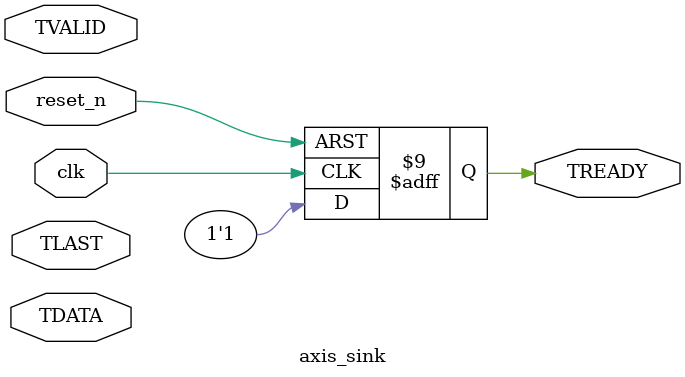
<source format=sv>
`timescale 1ns / 1ps
module axis_sink #(
parameter DATA_WIDTH=32
)
(
input logic clk,
input logic reset_n,
// axi stream slave interface
input logic[DATA_WIDTH-1:0] TDATA,
input logic TVALID,
output logic TREADY,
input logic TLAST
);
logic[7:0] recv_count;
always_ff@(posedge clk or negedge reset_n)
begin
if(!reset_n)
begin
TREADY<=1'b0;
recv_count<=0;
end
else 
begin
TREADY <=1'b1;
if(TVALID && TREADY)
begin
recv_count<=recv_count + 1'b1;
if(TLAST)
begin
$display("[%0t] AXIS SINK : packet received, beats=%0d",$time , recv_count+1);
recv_count<=0;
end
end
end
end
endmodule
</source>
